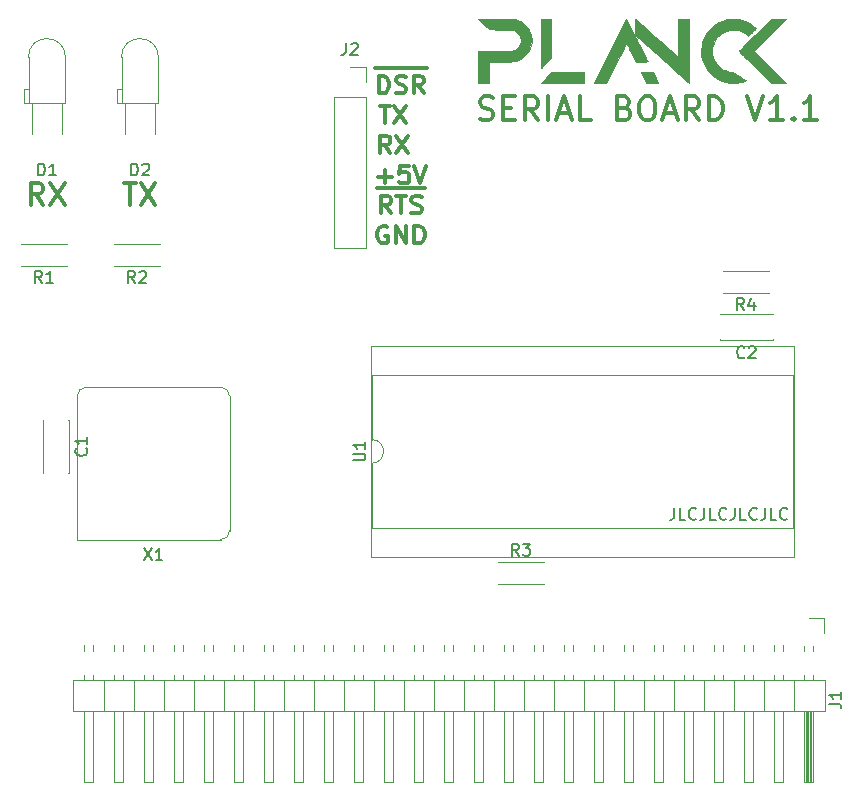
<source format=gbr>
%TF.GenerationSoftware,KiCad,Pcbnew,(5.1.10-1-10_14)*%
%TF.CreationDate,2021-08-31T23:49:44+02:00*%
%TF.ProjectId,serial_board,73657269-616c-45f6-926f-6172642e6b69,rev?*%
%TF.SameCoordinates,Original*%
%TF.FileFunction,Legend,Top*%
%TF.FilePolarity,Positive*%
%FSLAX46Y46*%
G04 Gerber Fmt 4.6, Leading zero omitted, Abs format (unit mm)*
G04 Created by KiCad (PCBNEW (5.1.10-1-10_14)) date 2021-08-31 23:49:44*
%MOMM*%
%LPD*%
G01*
G04 APERTURE LIST*
%ADD10C,0.200000*%
%ADD11C,0.300000*%
%ADD12C,0.010000*%
%ADD13C,0.120000*%
%ADD14C,0.150000*%
G04 APERTURE END LIST*
D10*
X66818452Y17184619D02*
X66818452Y16470333D01*
X66770833Y16327476D01*
X66675595Y16232238D01*
X66532738Y16184619D01*
X66437500Y16184619D01*
X67770833Y16184619D02*
X67294642Y16184619D01*
X67294642Y17184619D01*
X68675595Y16279857D02*
X68627976Y16232238D01*
X68485119Y16184619D01*
X68389880Y16184619D01*
X68247023Y16232238D01*
X68151785Y16327476D01*
X68104166Y16422714D01*
X68056547Y16613190D01*
X68056547Y16756047D01*
X68104166Y16946523D01*
X68151785Y17041761D01*
X68247023Y17137000D01*
X68389880Y17184619D01*
X68485119Y17184619D01*
X68627976Y17137000D01*
X68675595Y17089380D01*
X69389880Y17184619D02*
X69389880Y16470333D01*
X69342261Y16327476D01*
X69247023Y16232238D01*
X69104166Y16184619D01*
X69008928Y16184619D01*
X70342261Y16184619D02*
X69866071Y16184619D01*
X69866071Y17184619D01*
X71247023Y16279857D02*
X71199404Y16232238D01*
X71056547Y16184619D01*
X70961309Y16184619D01*
X70818452Y16232238D01*
X70723214Y16327476D01*
X70675595Y16422714D01*
X70627976Y16613190D01*
X70627976Y16756047D01*
X70675595Y16946523D01*
X70723214Y17041761D01*
X70818452Y17137000D01*
X70961309Y17184619D01*
X71056547Y17184619D01*
X71199404Y17137000D01*
X71247023Y17089380D01*
X71961309Y17184619D02*
X71961309Y16470333D01*
X71913690Y16327476D01*
X71818452Y16232238D01*
X71675595Y16184619D01*
X71580357Y16184619D01*
X72913690Y16184619D02*
X72437500Y16184619D01*
X72437500Y17184619D01*
X73818452Y16279857D02*
X73770833Y16232238D01*
X73627976Y16184619D01*
X73532738Y16184619D01*
X73389880Y16232238D01*
X73294642Y16327476D01*
X73247023Y16422714D01*
X73199404Y16613190D01*
X73199404Y16756047D01*
X73247023Y16946523D01*
X73294642Y17041761D01*
X73389880Y17137000D01*
X73532738Y17184619D01*
X73627976Y17184619D01*
X73770833Y17137000D01*
X73818452Y17089380D01*
X74532738Y17184619D02*
X74532738Y16470333D01*
X74485119Y16327476D01*
X74389880Y16232238D01*
X74247023Y16184619D01*
X74151785Y16184619D01*
X75485119Y16184619D02*
X75008928Y16184619D01*
X75008928Y17184619D01*
X76389880Y16279857D02*
X76342261Y16232238D01*
X76199404Y16184619D01*
X76104166Y16184619D01*
X75961309Y16232238D01*
X75866071Y16327476D01*
X75818452Y16422714D01*
X75770833Y16613190D01*
X75770833Y16756047D01*
X75818452Y16946523D01*
X75866071Y17041761D01*
X75961309Y17137000D01*
X76104166Y17184619D01*
X76199404Y17184619D01*
X76342261Y17137000D01*
X76389880Y17089380D01*
D11*
X20218571Y44673714D02*
X21247142Y44673714D01*
X20732857Y42873714D02*
X20732857Y44673714D01*
X21675714Y44673714D02*
X22875714Y42873714D01*
X22875714Y44673714D02*
X21675714Y42873714D01*
X13416000Y42873714D02*
X12816000Y43730857D01*
X12387428Y42873714D02*
X12387428Y44673714D01*
X13073142Y44673714D01*
X13244571Y44588000D01*
X13330285Y44502285D01*
X13416000Y44330857D01*
X13416000Y44073714D01*
X13330285Y43902285D01*
X13244571Y43816571D01*
X13073142Y43730857D01*
X12387428Y43730857D01*
X14016000Y44673714D02*
X15216000Y42873714D01*
X15216000Y44673714D02*
X14016000Y42873714D01*
X41473714Y54429000D02*
X42973714Y54429000D01*
X41830857Y52280428D02*
X41830857Y53780428D01*
X42188000Y53780428D01*
X42402285Y53709000D01*
X42545142Y53566142D01*
X42616571Y53423285D01*
X42688000Y53137571D01*
X42688000Y52923285D01*
X42616571Y52637571D01*
X42545142Y52494714D01*
X42402285Y52351857D01*
X42188000Y52280428D01*
X41830857Y52280428D01*
X42973714Y54429000D02*
X44402285Y54429000D01*
X43259428Y52351857D02*
X43473714Y52280428D01*
X43830857Y52280428D01*
X43973714Y52351857D01*
X44045142Y52423285D01*
X44116571Y52566142D01*
X44116571Y52709000D01*
X44045142Y52851857D01*
X43973714Y52923285D01*
X43830857Y52994714D01*
X43545142Y53066142D01*
X43402285Y53137571D01*
X43330857Y53209000D01*
X43259428Y53351857D01*
X43259428Y53494714D01*
X43330857Y53637571D01*
X43402285Y53709000D01*
X43545142Y53780428D01*
X43902285Y53780428D01*
X44116571Y53709000D01*
X44402285Y54429000D02*
X45902285Y54429000D01*
X45616571Y52280428D02*
X45116571Y52994714D01*
X44759428Y52280428D02*
X44759428Y53780428D01*
X45330857Y53780428D01*
X45473714Y53709000D01*
X45545142Y53637571D01*
X45616571Y53494714D01*
X45616571Y53280428D01*
X45545142Y53137571D01*
X45473714Y53066142D01*
X45330857Y52994714D01*
X44759428Y52994714D01*
X41910142Y51240428D02*
X42767285Y51240428D01*
X42338714Y49740428D02*
X42338714Y51240428D01*
X43124428Y51240428D02*
X44124428Y49740428D01*
X44124428Y51240428D02*
X43124428Y49740428D01*
X42803000Y47200428D02*
X42303000Y47914714D01*
X41945857Y47200428D02*
X41945857Y48700428D01*
X42517285Y48700428D01*
X42660142Y48629000D01*
X42731571Y48557571D01*
X42803000Y48414714D01*
X42803000Y48200428D01*
X42731571Y48057571D01*
X42660142Y47986142D01*
X42517285Y47914714D01*
X41945857Y47914714D01*
X43303000Y48700428D02*
X44303000Y47200428D01*
X44303000Y48700428D02*
X43303000Y47200428D01*
X41759428Y45231857D02*
X42902285Y45231857D01*
X42330857Y44660428D02*
X42330857Y45803285D01*
X44330857Y46160428D02*
X43616571Y46160428D01*
X43545142Y45446142D01*
X43616571Y45517571D01*
X43759428Y45589000D01*
X44116571Y45589000D01*
X44259428Y45517571D01*
X44330857Y45446142D01*
X44402285Y45303285D01*
X44402285Y44946142D01*
X44330857Y44803285D01*
X44259428Y44731857D01*
X44116571Y44660428D01*
X43759428Y44660428D01*
X43616571Y44731857D01*
X43545142Y44803285D01*
X44830857Y46160428D02*
X45330857Y44660428D01*
X45830857Y46160428D01*
X41652285Y44269000D02*
X43152285Y44269000D01*
X42866571Y42120428D02*
X42366571Y42834714D01*
X42009428Y42120428D02*
X42009428Y43620428D01*
X42580857Y43620428D01*
X42723714Y43549000D01*
X42795142Y43477571D01*
X42866571Y43334714D01*
X42866571Y43120428D01*
X42795142Y42977571D01*
X42723714Y42906142D01*
X42580857Y42834714D01*
X42009428Y42834714D01*
X43152285Y44269000D02*
X44295142Y44269000D01*
X43295142Y43620428D02*
X44152285Y43620428D01*
X43723714Y42120428D02*
X43723714Y43620428D01*
X44295142Y44269000D02*
X45723714Y44269000D01*
X44580857Y42191857D02*
X44795142Y42120428D01*
X45152285Y42120428D01*
X45295142Y42191857D01*
X45366571Y42263285D01*
X45438000Y42406142D01*
X45438000Y42549000D01*
X45366571Y42691857D01*
X45295142Y42763285D01*
X45152285Y42834714D01*
X44866571Y42906142D01*
X44723714Y42977571D01*
X44652285Y43049000D01*
X44580857Y43191857D01*
X44580857Y43334714D01*
X44652285Y43477571D01*
X44723714Y43549000D01*
X44866571Y43620428D01*
X45223714Y43620428D01*
X45438000Y43549000D01*
X42545142Y41009000D02*
X42402285Y41080428D01*
X42188000Y41080428D01*
X41973714Y41009000D01*
X41830857Y40866142D01*
X41759428Y40723285D01*
X41688000Y40437571D01*
X41688000Y40223285D01*
X41759428Y39937571D01*
X41830857Y39794714D01*
X41973714Y39651857D01*
X42188000Y39580428D01*
X42330857Y39580428D01*
X42545142Y39651857D01*
X42616571Y39723285D01*
X42616571Y40223285D01*
X42330857Y40223285D01*
X43259428Y39580428D02*
X43259428Y41080428D01*
X44116571Y39580428D01*
X44116571Y41080428D01*
X44830857Y39580428D02*
X44830857Y41080428D01*
X45188000Y41080428D01*
X45402285Y41009000D01*
X45545142Y40866142D01*
X45616571Y40723285D01*
X45688000Y40437571D01*
X45688000Y40223285D01*
X45616571Y39937571D01*
X45545142Y39794714D01*
X45402285Y39651857D01*
X45188000Y39580428D01*
X44830857Y39580428D01*
X50357285Y50117476D02*
X50643000Y50022238D01*
X51119190Y50022238D01*
X51309666Y50117476D01*
X51404904Y50212714D01*
X51500142Y50403190D01*
X51500142Y50593666D01*
X51404904Y50784142D01*
X51309666Y50879380D01*
X51119190Y50974619D01*
X50738238Y51069857D01*
X50547761Y51165095D01*
X50452523Y51260333D01*
X50357285Y51450809D01*
X50357285Y51641285D01*
X50452523Y51831761D01*
X50547761Y51927000D01*
X50738238Y52022238D01*
X51214428Y52022238D01*
X51500142Y51927000D01*
X52357285Y51069857D02*
X53023952Y51069857D01*
X53309666Y50022238D02*
X52357285Y50022238D01*
X52357285Y52022238D01*
X53309666Y52022238D01*
X55309666Y50022238D02*
X54643000Y50974619D01*
X54166809Y50022238D02*
X54166809Y52022238D01*
X54928714Y52022238D01*
X55119190Y51927000D01*
X55214428Y51831761D01*
X55309666Y51641285D01*
X55309666Y51355571D01*
X55214428Y51165095D01*
X55119190Y51069857D01*
X54928714Y50974619D01*
X54166809Y50974619D01*
X56166809Y50022238D02*
X56166809Y52022238D01*
X57023952Y50593666D02*
X57976333Y50593666D01*
X56833476Y50022238D02*
X57500142Y52022238D01*
X58166809Y50022238D01*
X59785857Y50022238D02*
X58833476Y50022238D01*
X58833476Y52022238D01*
X62643000Y51069857D02*
X62928714Y50974619D01*
X63023952Y50879380D01*
X63119190Y50688904D01*
X63119190Y50403190D01*
X63023952Y50212714D01*
X62928714Y50117476D01*
X62738238Y50022238D01*
X61976333Y50022238D01*
X61976333Y52022238D01*
X62643000Y52022238D01*
X62833476Y51927000D01*
X62928714Y51831761D01*
X63023952Y51641285D01*
X63023952Y51450809D01*
X62928714Y51260333D01*
X62833476Y51165095D01*
X62643000Y51069857D01*
X61976333Y51069857D01*
X64357285Y52022238D02*
X64738238Y52022238D01*
X64928714Y51927000D01*
X65119190Y51736523D01*
X65214428Y51355571D01*
X65214428Y50688904D01*
X65119190Y50307952D01*
X64928714Y50117476D01*
X64738238Y50022238D01*
X64357285Y50022238D01*
X64166809Y50117476D01*
X63976333Y50307952D01*
X63881095Y50688904D01*
X63881095Y51355571D01*
X63976333Y51736523D01*
X64166809Y51927000D01*
X64357285Y52022238D01*
X65976333Y50593666D02*
X66928714Y50593666D01*
X65785857Y50022238D02*
X66452523Y52022238D01*
X67119190Y50022238D01*
X68928714Y50022238D02*
X68262047Y50974619D01*
X67785857Y50022238D02*
X67785857Y52022238D01*
X68547761Y52022238D01*
X68738238Y51927000D01*
X68833476Y51831761D01*
X68928714Y51641285D01*
X68928714Y51355571D01*
X68833476Y51165095D01*
X68738238Y51069857D01*
X68547761Y50974619D01*
X67785857Y50974619D01*
X69785857Y50022238D02*
X69785857Y52022238D01*
X70262047Y52022238D01*
X70547761Y51927000D01*
X70738238Y51736523D01*
X70833476Y51546047D01*
X70928714Y51165095D01*
X70928714Y50879380D01*
X70833476Y50498428D01*
X70738238Y50307952D01*
X70547761Y50117476D01*
X70262047Y50022238D01*
X69785857Y50022238D01*
X73023952Y52022238D02*
X73690619Y50022238D01*
X74357285Y52022238D01*
X76071571Y50022238D02*
X74928714Y50022238D01*
X75500142Y50022238D02*
X75500142Y52022238D01*
X75309666Y51736523D01*
X75119190Y51546047D01*
X74928714Y51450809D01*
X76928714Y50212714D02*
X77023952Y50117476D01*
X76928714Y50022238D01*
X76833476Y50117476D01*
X76928714Y50212714D01*
X76928714Y50022238D01*
X78928714Y50022238D02*
X77785857Y50022238D01*
X78357285Y50022238D02*
X78357285Y52022238D01*
X78166809Y51736523D01*
X77976333Y51546047D01*
X77785857Y51450809D01*
D12*
%TO.C,G\u002A\u002A\u002A*%
G36*
X56435625Y55315341D02*
G01*
X55989787Y54859483D01*
X55892228Y54760090D01*
X55801328Y54668169D01*
X55719520Y54586130D01*
X55649239Y54516385D01*
X55592919Y54461343D01*
X55552994Y54423414D01*
X55531899Y54405009D01*
X55529412Y54403625D01*
X55527388Y54419291D01*
X55525483Y54465449D01*
X55523706Y54540842D01*
X55522066Y54644213D01*
X55520571Y54774304D01*
X55519230Y54929859D01*
X55518052Y55109620D01*
X55517046Y55312329D01*
X55516220Y55536730D01*
X55515583Y55781565D01*
X55515144Y56045576D01*
X55514911Y56327507D01*
X55514875Y56499125D01*
X55514875Y58594625D01*
X56435625Y58594625D01*
X56435625Y55315341D01*
G37*
X56435625Y55315341D02*
X55989787Y54859483D01*
X55892228Y54760090D01*
X55801328Y54668169D01*
X55719520Y54586130D01*
X55649239Y54516385D01*
X55592919Y54461343D01*
X55552994Y54423414D01*
X55531899Y54405009D01*
X55529412Y54403625D01*
X55527388Y54419291D01*
X55525483Y54465449D01*
X55523706Y54540842D01*
X55522066Y54644213D01*
X55520571Y54774304D01*
X55519230Y54929859D01*
X55518052Y55109620D01*
X55517046Y55312329D01*
X55516220Y55536730D01*
X55515583Y55781565D01*
X55515144Y56045576D01*
X55514911Y56327507D01*
X55514875Y56499125D01*
X55514875Y58594625D01*
X56435625Y58594625D01*
X56435625Y55315341D01*
G36*
X74930000Y57237313D02*
G01*
X73572757Y55880000D01*
X74930000Y54522688D01*
X76287242Y53165375D01*
X75644340Y53165388D01*
X75001437Y53165400D01*
X73644125Y54510794D01*
X73470999Y54682499D01*
X73304202Y54848122D01*
X73145117Y55006280D01*
X72995128Y55155587D01*
X72855620Y55294660D01*
X72727975Y55422115D01*
X72613579Y55536567D01*
X72513814Y55636632D01*
X72430066Y55720926D01*
X72363717Y55788064D01*
X72316152Y55836663D01*
X72288755Y55865338D01*
X72282280Y55872911D01*
X72292760Y55885998D01*
X72324457Y55920020D01*
X72376001Y55973597D01*
X72446023Y56045352D01*
X72533153Y56133903D01*
X72636022Y56237873D01*
X72753261Y56355882D01*
X72883499Y56486552D01*
X73025368Y56628502D01*
X73177497Y56780354D01*
X73338517Y56940730D01*
X73507059Y57108248D01*
X73641999Y57242130D01*
X75006250Y58594625D01*
X76287242Y58594625D01*
X74930000Y57237313D01*
G37*
X74930000Y57237313D02*
X73572757Y55880000D01*
X74930000Y54522688D01*
X76287242Y53165375D01*
X75644340Y53165388D01*
X75001437Y53165400D01*
X73644125Y54510794D01*
X73470999Y54682499D01*
X73304202Y54848122D01*
X73145117Y55006280D01*
X72995128Y55155587D01*
X72855620Y55294660D01*
X72727975Y55422115D01*
X72613579Y55536567D01*
X72513814Y55636632D01*
X72430066Y55720926D01*
X72363717Y55788064D01*
X72316152Y55836663D01*
X72288755Y55865338D01*
X72282280Y55872911D01*
X72292760Y55885998D01*
X72324457Y55920020D01*
X72376001Y55973597D01*
X72446023Y56045352D01*
X72533153Y56133903D01*
X72636022Y56237873D01*
X72753261Y56355882D01*
X72883499Y56486552D01*
X73025368Y56628502D01*
X73177497Y56780354D01*
X73338517Y56940730D01*
X73507059Y57108248D01*
X73641999Y57242130D01*
X75006250Y58594625D01*
X76287242Y58594625D01*
X74930000Y57237313D01*
G36*
X72011318Y58585742D02*
G01*
X72147525Y58578154D01*
X72264123Y58565496D01*
X72302687Y58559127D01*
X72584769Y58490718D01*
X72858499Y58393094D01*
X73120471Y58267935D01*
X73367280Y58116922D01*
X73595522Y57941736D01*
X73649219Y57894417D01*
X73757502Y57796315D01*
X73680969Y57717927D01*
X73646090Y57683020D01*
X73592991Y57630916D01*
X73526475Y57566280D01*
X73451347Y57493776D01*
X73372411Y57418068D01*
X73354604Y57401057D01*
X73104772Y57162576D01*
X73021229Y57238201D01*
X72849222Y57373146D01*
X72657673Y57485888D01*
X72451646Y57574285D01*
X72236208Y57636198D01*
X72016423Y57669485D01*
X71997093Y57670970D01*
X71742994Y57674935D01*
X71501785Y57650112D01*
X71273779Y57596610D01*
X71059290Y57514541D01*
X70858632Y57404016D01*
X70672119Y57265145D01*
X70564570Y57165706D01*
X70403717Y56983255D01*
X70268403Y56783882D01*
X70160311Y56570472D01*
X70081122Y56345909D01*
X70076450Y56328903D01*
X70061310Y56270104D01*
X70050314Y56218432D01*
X70042811Y56166887D01*
X70038147Y56108469D01*
X70035672Y56036177D01*
X70034733Y55943009D01*
X70034634Y55880000D01*
X70035005Y55772291D01*
X70036550Y55689325D01*
X70039924Y55624104D01*
X70045777Y55569626D01*
X70054762Y55518890D01*
X70067531Y55464895D01*
X70076450Y55431098D01*
X70122860Y55287609D01*
X70184887Y55137810D01*
X70256653Y54994641D01*
X70327552Y54877958D01*
X70428639Y54746543D01*
X70551603Y54614730D01*
X70688275Y54489946D01*
X70830487Y54379619D01*
X70970070Y54291177D01*
X70977125Y54287304D01*
X71115495Y54221701D01*
X71267960Y54166154D01*
X71424915Y54123290D01*
X71576756Y54095739D01*
X71712440Y54086125D01*
X71815705Y54086125D01*
X72341622Y53737849D01*
X72456969Y53661203D01*
X72563737Y53589757D01*
X72659082Y53525450D01*
X72740160Y53470224D01*
X72804128Y53426018D01*
X72848142Y53394775D01*
X72869359Y53378433D01*
X72870863Y53376693D01*
X72858250Y53365887D01*
X72820405Y53348895D01*
X72762841Y53327455D01*
X72691071Y53303305D01*
X72610608Y53278182D01*
X72526966Y53253824D01*
X72445658Y53231968D01*
X72372196Y53214351D01*
X72326500Y53205133D01*
X72246149Y53194128D01*
X72143527Y53185032D01*
X72026383Y53178062D01*
X71902468Y53173430D01*
X71779534Y53171353D01*
X71665331Y53172046D01*
X71567611Y53175723D01*
X71497334Y53182143D01*
X71290319Y53217822D01*
X71096226Y53267012D01*
X70904984Y53332877D01*
X70706523Y53418580D01*
X70635812Y53452701D01*
X70375078Y53598419D01*
X70136227Y53767051D01*
X69919644Y53958213D01*
X69725714Y54171525D01*
X69554821Y54406604D01*
X69407349Y54663070D01*
X69398101Y54681438D01*
X69278457Y54952986D01*
X69190353Y55225367D01*
X69133581Y55499528D01*
X69107931Y55776419D01*
X69109211Y55991125D01*
X69138320Y56287436D01*
X69196709Y56571483D01*
X69284394Y56843301D01*
X69401389Y57102923D01*
X69547709Y57350380D01*
X69723368Y57585707D01*
X69901895Y57782448D01*
X70118702Y57979418D01*
X70354729Y58151792D01*
X70607716Y58298355D01*
X70875404Y58417893D01*
X71155533Y58509191D01*
X71330627Y58550311D01*
X71438673Y58566925D01*
X71569179Y58578852D01*
X71713732Y58586015D01*
X71863916Y58588337D01*
X72011318Y58585742D01*
G37*
X72011318Y58585742D02*
X72147525Y58578154D01*
X72264123Y58565496D01*
X72302687Y58559127D01*
X72584769Y58490718D01*
X72858499Y58393094D01*
X73120471Y58267935D01*
X73367280Y58116922D01*
X73595522Y57941736D01*
X73649219Y57894417D01*
X73757502Y57796315D01*
X73680969Y57717927D01*
X73646090Y57683020D01*
X73592991Y57630916D01*
X73526475Y57566280D01*
X73451347Y57493776D01*
X73372411Y57418068D01*
X73354604Y57401057D01*
X73104772Y57162576D01*
X73021229Y57238201D01*
X72849222Y57373146D01*
X72657673Y57485888D01*
X72451646Y57574285D01*
X72236208Y57636198D01*
X72016423Y57669485D01*
X71997093Y57670970D01*
X71742994Y57674935D01*
X71501785Y57650112D01*
X71273779Y57596610D01*
X71059290Y57514541D01*
X70858632Y57404016D01*
X70672119Y57265145D01*
X70564570Y57165706D01*
X70403717Y56983255D01*
X70268403Y56783882D01*
X70160311Y56570472D01*
X70081122Y56345909D01*
X70076450Y56328903D01*
X70061310Y56270104D01*
X70050314Y56218432D01*
X70042811Y56166887D01*
X70038147Y56108469D01*
X70035672Y56036177D01*
X70034733Y55943009D01*
X70034634Y55880000D01*
X70035005Y55772291D01*
X70036550Y55689325D01*
X70039924Y55624104D01*
X70045777Y55569626D01*
X70054762Y55518890D01*
X70067531Y55464895D01*
X70076450Y55431098D01*
X70122860Y55287609D01*
X70184887Y55137810D01*
X70256653Y54994641D01*
X70327552Y54877958D01*
X70428639Y54746543D01*
X70551603Y54614730D01*
X70688275Y54489946D01*
X70830487Y54379619D01*
X70970070Y54291177D01*
X70977125Y54287304D01*
X71115495Y54221701D01*
X71267960Y54166154D01*
X71424915Y54123290D01*
X71576756Y54095739D01*
X71712440Y54086125D01*
X71815705Y54086125D01*
X72341622Y53737849D01*
X72456969Y53661203D01*
X72563737Y53589757D01*
X72659082Y53525450D01*
X72740160Y53470224D01*
X72804128Y53426018D01*
X72848142Y53394775D01*
X72869359Y53378433D01*
X72870863Y53376693D01*
X72858250Y53365887D01*
X72820405Y53348895D01*
X72762841Y53327455D01*
X72691071Y53303305D01*
X72610608Y53278182D01*
X72526966Y53253824D01*
X72445658Y53231968D01*
X72372196Y53214351D01*
X72326500Y53205133D01*
X72246149Y53194128D01*
X72143527Y53185032D01*
X72026383Y53178062D01*
X71902468Y53173430D01*
X71779534Y53171353D01*
X71665331Y53172046D01*
X71567611Y53175723D01*
X71497334Y53182143D01*
X71290319Y53217822D01*
X71096226Y53267012D01*
X70904984Y53332877D01*
X70706523Y53418580D01*
X70635812Y53452701D01*
X70375078Y53598419D01*
X70136227Y53767051D01*
X69919644Y53958213D01*
X69725714Y54171525D01*
X69554821Y54406604D01*
X69407349Y54663070D01*
X69398101Y54681438D01*
X69278457Y54952986D01*
X69190353Y55225367D01*
X69133581Y55499528D01*
X69107931Y55776419D01*
X69109211Y55991125D01*
X69138320Y56287436D01*
X69196709Y56571483D01*
X69284394Y56843301D01*
X69401389Y57102923D01*
X69547709Y57350380D01*
X69723368Y57585707D01*
X69901895Y57782448D01*
X70118702Y57979418D01*
X70354729Y58151792D01*
X70607716Y58298355D01*
X70875404Y58417893D01*
X71155533Y58509191D01*
X71330627Y58550311D01*
X71438673Y58566925D01*
X71569179Y58578852D01*
X71713732Y58586015D01*
X71863916Y58588337D01*
X72011318Y58585742D01*
G36*
X63567468Y58567469D02*
G01*
X63583205Y58553255D01*
X63621229Y58519008D01*
X63680213Y58465920D01*
X63758832Y58395183D01*
X63855760Y58307990D01*
X63969671Y58205534D01*
X64099239Y58089006D01*
X64243138Y57959599D01*
X64400044Y57818505D01*
X64568628Y57666917D01*
X64747567Y57506027D01*
X64935534Y57337027D01*
X65131203Y57161109D01*
X65333249Y56979467D01*
X65373250Y56943506D01*
X67143312Y55352235D01*
X67147356Y56973430D01*
X67151399Y58594625D01*
X68056125Y58594625D01*
X68056125Y55880000D01*
X68056102Y55589003D01*
X68056035Y55306688D01*
X68055926Y55034683D01*
X68055779Y54774611D01*
X68055594Y54528098D01*
X68055375Y54296768D01*
X68055123Y54082248D01*
X68054842Y53886162D01*
X68054533Y53710135D01*
X68054200Y53555792D01*
X68053843Y53424759D01*
X68053467Y53318660D01*
X68053072Y53239121D01*
X68052662Y53187766D01*
X68052239Y53166221D01*
X68052156Y53165632D01*
X68040112Y53176086D01*
X68005719Y53206637D01*
X67950238Y53256154D01*
X67874929Y53323506D01*
X67781053Y53407561D01*
X67669871Y53507190D01*
X67542644Y53621261D01*
X67400634Y53748642D01*
X67245100Y53888204D01*
X67077304Y54038816D01*
X66898506Y54199345D01*
X66709969Y54368663D01*
X66512951Y54545636D01*
X66308716Y54729135D01*
X66182875Y54842220D01*
X65967442Y55035817D01*
X65753938Y55227666D01*
X65543996Y55416297D01*
X65339253Y55600242D01*
X65141344Y55778031D01*
X64951906Y55948195D01*
X64772572Y56109266D01*
X64604979Y56259776D01*
X64450763Y56398253D01*
X64311559Y56523231D01*
X64189003Y56633240D01*
X64084730Y56726812D01*
X64000375Y56802476D01*
X63937575Y56858765D01*
X63925035Y56869995D01*
X63532509Y57221438D01*
X63532129Y57910799D01*
X63531750Y58600159D01*
X63567468Y58567469D01*
G37*
X63567468Y58567469D02*
X63583205Y58553255D01*
X63621229Y58519008D01*
X63680213Y58465920D01*
X63758832Y58395183D01*
X63855760Y58307990D01*
X63969671Y58205534D01*
X64099239Y58089006D01*
X64243138Y57959599D01*
X64400044Y57818505D01*
X64568628Y57666917D01*
X64747567Y57506027D01*
X64935534Y57337027D01*
X65131203Y57161109D01*
X65333249Y56979467D01*
X65373250Y56943506D01*
X67143312Y55352235D01*
X67147356Y56973430D01*
X67151399Y58594625D01*
X68056125Y58594625D01*
X68056125Y55880000D01*
X68056102Y55589003D01*
X68056035Y55306688D01*
X68055926Y55034683D01*
X68055779Y54774611D01*
X68055594Y54528098D01*
X68055375Y54296768D01*
X68055123Y54082248D01*
X68054842Y53886162D01*
X68054533Y53710135D01*
X68054200Y53555792D01*
X68053843Y53424759D01*
X68053467Y53318660D01*
X68053072Y53239121D01*
X68052662Y53187766D01*
X68052239Y53166221D01*
X68052156Y53165632D01*
X68040112Y53176086D01*
X68005719Y53206637D01*
X67950238Y53256154D01*
X67874929Y53323506D01*
X67781053Y53407561D01*
X67669871Y53507190D01*
X67542644Y53621261D01*
X67400634Y53748642D01*
X67245100Y53888204D01*
X67077304Y54038816D01*
X66898506Y54199345D01*
X66709969Y54368663D01*
X66512951Y54545636D01*
X66308716Y54729135D01*
X66182875Y54842220D01*
X65967442Y55035817D01*
X65753938Y55227666D01*
X65543996Y55416297D01*
X65339253Y55600242D01*
X65141344Y55778031D01*
X64951906Y55948195D01*
X64772572Y56109266D01*
X64604979Y56259776D01*
X64450763Y56398253D01*
X64311559Y56523231D01*
X64189003Y56633240D01*
X64084730Y56726812D01*
X64000375Y56802476D01*
X63937575Y56858765D01*
X63925035Y56869995D01*
X63532509Y57221438D01*
X63532129Y57910799D01*
X63531750Y58600159D01*
X63567468Y58567469D01*
G36*
X65258321Y53628220D02*
G01*
X65313940Y53519140D01*
X65364592Y53419185D01*
X65408536Y53331839D01*
X65444031Y53260588D01*
X65469334Y53208917D01*
X65482706Y53180310D01*
X65484375Y53175783D01*
X65469128Y53173246D01*
X65425904Y53170933D01*
X65358472Y53168921D01*
X65270605Y53167288D01*
X65166074Y53166112D01*
X65048649Y53165472D01*
X64980214Y53165375D01*
X64476053Y53165375D01*
X64250000Y53617813D01*
X64023947Y54070250D01*
X65032267Y54070250D01*
X65258321Y53628220D01*
G37*
X65258321Y53628220D02*
X65313940Y53519140D01*
X65364592Y53419185D01*
X65408536Y53331839D01*
X65444031Y53260588D01*
X65469334Y53208917D01*
X65482706Y53180310D01*
X65484375Y53175783D01*
X65469128Y53173246D01*
X65425904Y53170933D01*
X65358472Y53168921D01*
X65270605Y53167288D01*
X65166074Y53166112D01*
X65048649Y53165472D01*
X64980214Y53165375D01*
X64476053Y53165375D01*
X64250000Y53617813D01*
X64023947Y54070250D01*
X65032267Y54070250D01*
X65258321Y53628220D01*
G36*
X63675731Y56800727D02*
G01*
X63787783Y56576823D01*
X63895840Y56360748D01*
X63999055Y56154205D01*
X64096581Y55958894D01*
X64187570Y55776517D01*
X64271177Y55608775D01*
X64346554Y55457369D01*
X64412855Y55324000D01*
X64469232Y55210369D01*
X64514838Y55118177D01*
X64548827Y55049126D01*
X64570353Y55004917D01*
X64578567Y54987251D01*
X64578624Y54987032D01*
X64563594Y54984141D01*
X64520562Y54981503D01*
X64453278Y54979207D01*
X64365489Y54977340D01*
X64260944Y54975990D01*
X64143391Y54975245D01*
X64071478Y54975125D01*
X63563457Y54975125D01*
X63170647Y55760938D01*
X63097281Y55907418D01*
X63028088Y56045012D01*
X62964372Y56171163D01*
X62907440Y56283312D01*
X62858596Y56378902D01*
X62819144Y56455376D01*
X62790391Y56510176D01*
X62773642Y56540744D01*
X62769824Y56546410D01*
X62761822Y56532460D01*
X62740491Y56491861D01*
X62706711Y56426354D01*
X62661365Y56337682D01*
X62605335Y56227588D01*
X62539503Y56097812D01*
X62464751Y55950098D01*
X62381960Y55786187D01*
X62292013Y55607822D01*
X62195792Y55416745D01*
X62094178Y55214698D01*
X61988053Y55003422D01*
X61913937Y54855722D01*
X61066063Y53165375D01*
X60055106Y53165375D01*
X61414410Y55883946D01*
X62773714Y58602516D01*
X63675731Y56800727D01*
G37*
X63675731Y56800727D02*
X63787783Y56576823D01*
X63895840Y56360748D01*
X63999055Y56154205D01*
X64096581Y55958894D01*
X64187570Y55776517D01*
X64271177Y55608775D01*
X64346554Y55457369D01*
X64412855Y55324000D01*
X64469232Y55210369D01*
X64514838Y55118177D01*
X64548827Y55049126D01*
X64570353Y55004917D01*
X64578567Y54987251D01*
X64578624Y54987032D01*
X64563594Y54984141D01*
X64520562Y54981503D01*
X64453278Y54979207D01*
X64365489Y54977340D01*
X64260944Y54975990D01*
X64143391Y54975245D01*
X64071478Y54975125D01*
X63563457Y54975125D01*
X63170647Y55760938D01*
X63097281Y55907418D01*
X63028088Y56045012D01*
X62964372Y56171163D01*
X62907440Y56283312D01*
X62858596Y56378902D01*
X62819144Y56455376D01*
X62790391Y56510176D01*
X62773642Y56540744D01*
X62769824Y56546410D01*
X62761822Y56532460D01*
X62740491Y56491861D01*
X62706711Y56426354D01*
X62661365Y56337682D01*
X62605335Y56227588D01*
X62539503Y56097812D01*
X62464751Y55950098D01*
X62381960Y55786187D01*
X62292013Y55607822D01*
X62195792Y55416745D01*
X62094178Y55214698D01*
X61988053Y55003422D01*
X61913937Y54855722D01*
X61066063Y53165375D01*
X60055106Y53165375D01*
X61414410Y55883946D01*
X62773714Y58602516D01*
X63675731Y56800727D01*
G36*
X59150250Y53165375D02*
G01*
X55528119Y53165375D01*
X55969966Y53617538D01*
X56411812Y54069700D01*
X59150250Y54070250D01*
X59150250Y53165375D01*
G37*
X59150250Y53165375D02*
X55528119Y53165375D01*
X55969966Y53617538D01*
X56411812Y54069700D01*
X59150250Y54070250D01*
X59150250Y53165375D01*
G36*
X51665291Y58594562D02*
G01*
X51925399Y58594525D01*
X52155908Y58594367D01*
X52358968Y58593981D01*
X52536730Y58593259D01*
X52691346Y58592093D01*
X52824965Y58590375D01*
X52939740Y58587999D01*
X53037820Y58584856D01*
X53121356Y58580840D01*
X53192500Y58575841D01*
X53253401Y58569753D01*
X53306211Y58562469D01*
X53353081Y58553880D01*
X53396162Y58543879D01*
X53437603Y58532358D01*
X53479557Y58519211D01*
X53524173Y58504328D01*
X53533716Y58501096D01*
X53741999Y58414185D01*
X53938309Y58300043D01*
X54119772Y58161668D01*
X54283511Y58002059D01*
X54426652Y57824214D01*
X54546320Y57631132D01*
X54639637Y57425811D01*
X54679354Y57306466D01*
X54730202Y57077642D01*
X54752357Y56844746D01*
X54746171Y56612007D01*
X54711995Y56383651D01*
X54650183Y56163907D01*
X54568095Y55970761D01*
X54452638Y55775222D01*
X54311567Y55593794D01*
X54148646Y55429771D01*
X53967636Y55286447D01*
X53772302Y55167116D01*
X53566406Y55075071D01*
X53530035Y55062173D01*
X53479847Y55045436D01*
X53432695Y55030990D01*
X53385890Y55018668D01*
X53336744Y55008300D01*
X53282569Y54999719D01*
X53220677Y54992757D01*
X53148378Y54987245D01*
X53062985Y54983014D01*
X52961810Y54979897D01*
X52842163Y54977725D01*
X52701357Y54976331D01*
X52536703Y54975545D01*
X52345513Y54975199D01*
X52139358Y54975125D01*
X51133375Y54975125D01*
X51133375Y53165375D01*
X50228500Y53165375D01*
X50228500Y55879038D01*
X53109812Y55887938D01*
X53214145Y55923422D01*
X53362280Y55989991D01*
X53499578Y56083673D01*
X53620810Y56200332D01*
X53706388Y56313026D01*
X53780764Y56455771D01*
X53826522Y56608644D01*
X53843458Y56767604D01*
X53831368Y56928607D01*
X53790045Y57087611D01*
X53750466Y57181750D01*
X53700925Y57262971D01*
X53631011Y57350190D01*
X53548575Y57435541D01*
X53461469Y57511158D01*
X53377545Y57569171D01*
X53347937Y57585054D01*
X53309489Y57603672D01*
X53275006Y57619661D01*
X53241830Y57633238D01*
X53207303Y57644618D01*
X53168768Y57654016D01*
X53123567Y57661648D01*
X53069043Y57667730D01*
X53002538Y57672478D01*
X52921394Y57676106D01*
X52822953Y57678831D01*
X52704559Y57680869D01*
X52563552Y57682434D01*
X52397277Y57683742D01*
X52203074Y57685010D01*
X52108521Y57685608D01*
X51123105Y57691874D01*
X50671938Y58143250D01*
X50220772Y58594625D01*
X51665291Y58594562D01*
G37*
X51665291Y58594562D02*
X51925399Y58594525D01*
X52155908Y58594367D01*
X52358968Y58593981D01*
X52536730Y58593259D01*
X52691346Y58592093D01*
X52824965Y58590375D01*
X52939740Y58587999D01*
X53037820Y58584856D01*
X53121356Y58580840D01*
X53192500Y58575841D01*
X53253401Y58569753D01*
X53306211Y58562469D01*
X53353081Y58553880D01*
X53396162Y58543879D01*
X53437603Y58532358D01*
X53479557Y58519211D01*
X53524173Y58504328D01*
X53533716Y58501096D01*
X53741999Y58414185D01*
X53938309Y58300043D01*
X54119772Y58161668D01*
X54283511Y58002059D01*
X54426652Y57824214D01*
X54546320Y57631132D01*
X54639637Y57425811D01*
X54679354Y57306466D01*
X54730202Y57077642D01*
X54752357Y56844746D01*
X54746171Y56612007D01*
X54711995Y56383651D01*
X54650183Y56163907D01*
X54568095Y55970761D01*
X54452638Y55775222D01*
X54311567Y55593794D01*
X54148646Y55429771D01*
X53967636Y55286447D01*
X53772302Y55167116D01*
X53566406Y55075071D01*
X53530035Y55062173D01*
X53479847Y55045436D01*
X53432695Y55030990D01*
X53385890Y55018668D01*
X53336744Y55008300D01*
X53282569Y54999719D01*
X53220677Y54992757D01*
X53148378Y54987245D01*
X53062985Y54983014D01*
X52961810Y54979897D01*
X52842163Y54977725D01*
X52701357Y54976331D01*
X52536703Y54975545D01*
X52345513Y54975199D01*
X52139358Y54975125D01*
X51133375Y54975125D01*
X51133375Y53165375D01*
X50228500Y53165375D01*
X50228500Y55879038D01*
X53109812Y55887938D01*
X53214145Y55923422D01*
X53362280Y55989991D01*
X53499578Y56083673D01*
X53620810Y56200332D01*
X53706388Y56313026D01*
X53780764Y56455771D01*
X53826522Y56608644D01*
X53843458Y56767604D01*
X53831368Y56928607D01*
X53790045Y57087611D01*
X53750466Y57181750D01*
X53700925Y57262971D01*
X53631011Y57350190D01*
X53548575Y57435541D01*
X53461469Y57511158D01*
X53377545Y57569171D01*
X53347937Y57585054D01*
X53309489Y57603672D01*
X53275006Y57619661D01*
X53241830Y57633238D01*
X53207303Y57644618D01*
X53168768Y57654016D01*
X53123567Y57661648D01*
X53069043Y57667730D01*
X53002538Y57672478D01*
X52921394Y57676106D01*
X52822953Y57678831D01*
X52704559Y57680869D01*
X52563552Y57682434D01*
X52397277Y57683742D01*
X52203074Y57685010D01*
X52108521Y57685608D01*
X51123105Y57691874D01*
X50671938Y58143250D01*
X50220772Y58594625D01*
X51665291Y58594562D01*
D13*
%TO.C,D2*%
X20320000Y48832000D02*
X20320000Y48832000D01*
X20320000Y51502000D02*
X20320000Y48832000D01*
X20320000Y51502000D02*
X20320000Y51502000D01*
X20320000Y48832000D02*
X20320000Y51502000D01*
X22860000Y48832000D02*
X22860000Y48832000D01*
X22860000Y51502000D02*
X22860000Y48832000D01*
X22860000Y51502000D02*
X22860000Y51502000D01*
X22860000Y48832000D02*
X22860000Y51502000D01*
X20030000Y51502000D02*
X19630000Y51502000D01*
X20030000Y52622000D02*
X20030000Y51502000D01*
X19630000Y52622000D02*
X20030000Y52622000D01*
X19630000Y51502000D02*
X19630000Y52622000D01*
X23150000Y51502000D02*
X20030000Y51502000D01*
X20030000Y51502000D02*
X20030000Y55362000D01*
X23150000Y51502000D02*
X23150000Y55362000D01*
X20030000Y55362000D02*
G75*
G02*
X23150000Y55362000I1560000J0D01*
G01*
%TO.C,D1*%
X12446000Y48832000D02*
X12446000Y48832000D01*
X12446000Y51502000D02*
X12446000Y48832000D01*
X12446000Y51502000D02*
X12446000Y51502000D01*
X12446000Y48832000D02*
X12446000Y51502000D01*
X14986000Y48832000D02*
X14986000Y48832000D01*
X14986000Y51502000D02*
X14986000Y48832000D01*
X14986000Y51502000D02*
X14986000Y51502000D01*
X14986000Y48832000D02*
X14986000Y51502000D01*
X12156000Y51502000D02*
X11756000Y51502000D01*
X12156000Y52622000D02*
X12156000Y51502000D01*
X11756000Y52622000D02*
X12156000Y52622000D01*
X11756000Y51502000D02*
X11756000Y52622000D01*
X15276000Y51502000D02*
X12156000Y51502000D01*
X12156000Y51502000D02*
X12156000Y55362000D01*
X15276000Y51502000D02*
X15276000Y55362000D01*
X12156000Y55362000D02*
G75*
G02*
X15276000Y55362000I1560000J0D01*
G01*
%TO.C,R4*%
X74818000Y35402000D02*
X70978000Y35402000D01*
X74818000Y37242000D02*
X70978000Y37242000D01*
%TO.C,R3*%
X51928000Y12604000D02*
X55768000Y12604000D01*
X51928000Y10764000D02*
X55768000Y10764000D01*
%TO.C,R2*%
X23256000Y37688000D02*
X19416000Y37688000D01*
X23256000Y39528000D02*
X19416000Y39528000D01*
%TO.C,R1*%
X15382000Y37688000D02*
X11542000Y37688000D01*
X15382000Y39528000D02*
X11542000Y39528000D01*
%TO.C,C2*%
X75208000Y31442000D02*
X70668000Y31442000D01*
X75208000Y33582000D02*
X70668000Y33582000D01*
X75208000Y31442000D02*
X75208000Y31457000D01*
X75208000Y33567000D02*
X75208000Y33582000D01*
X70668000Y31442000D02*
X70668000Y31457000D01*
X70668000Y33567000D02*
X70668000Y33582000D01*
%TO.C,C1*%
X15548000Y24662000D02*
X15548000Y20122000D01*
X13408000Y24662000D02*
X13408000Y20122000D01*
X15548000Y24662000D02*
X15533000Y24662000D01*
X13423000Y24662000D02*
X13408000Y24662000D01*
X15548000Y20122000D02*
X15533000Y20122000D01*
X13423000Y20122000D02*
X13408000Y20122000D01*
%TO.C,X1*%
X16283000Y14505000D02*
X28433000Y14505000D01*
X29183000Y15255000D02*
X29183000Y26655000D01*
X28433000Y27405000D02*
X17033000Y27405000D01*
X16283000Y26655000D02*
X16283000Y14505000D01*
X17033000Y27405000D02*
G75*
G03*
X16283000Y26655000I0J-750000D01*
G01*
X29183000Y26655000D02*
G75*
G03*
X28433000Y27405000I-750000J0D01*
G01*
X28433000Y14505000D02*
G75*
G03*
X29183000Y15255000I0J750000D01*
G01*
%TO.C,U1*%
X41155000Y30921000D02*
X41155000Y13021000D01*
X76955000Y30921000D02*
X41155000Y30921000D01*
X76955000Y13021000D02*
X76955000Y30921000D01*
X41155000Y13021000D02*
X76955000Y13021000D01*
X41215000Y28431000D02*
X41215000Y22971000D01*
X76895000Y28431000D02*
X41215000Y28431000D01*
X76895000Y15511000D02*
X76895000Y28431000D01*
X41215000Y15511000D02*
X76895000Y15511000D01*
X41215000Y20971000D02*
X41215000Y15511000D01*
X41215000Y22971000D02*
G75*
G02*
X41215000Y20971000I0J-1000000D01*
G01*
%TO.C,J2*%
X39370000Y54543000D02*
X40700000Y54543000D01*
X40700000Y54543000D02*
X40700000Y53213000D01*
X40700000Y51943000D02*
X40700000Y39183000D01*
X38040000Y39183000D02*
X40700000Y39183000D01*
X38040000Y51943000D02*
X38040000Y39183000D01*
X38040000Y51943000D02*
X40700000Y51943000D01*
%TO.C,J1*%
X79502000Y7874000D02*
X79502000Y6604000D01*
X78232000Y7874000D02*
X79502000Y7874000D01*
X16892000Y5561071D02*
X16892000Y5106929D01*
X17652000Y5561071D02*
X17652000Y5106929D01*
X16892000Y3021071D02*
X16892000Y2624000D01*
X17652000Y3021071D02*
X17652000Y2624000D01*
X16892000Y-6036000D02*
X16892000Y-36000D01*
X17652000Y-6036000D02*
X16892000Y-6036000D01*
X17652000Y-36000D02*
X17652000Y-6036000D01*
X18542000Y2624000D02*
X18542000Y-36000D01*
X19432000Y5561071D02*
X19432000Y5106929D01*
X20192000Y5561071D02*
X20192000Y5106929D01*
X19432000Y3021071D02*
X19432000Y2624000D01*
X20192000Y3021071D02*
X20192000Y2624000D01*
X19432000Y-6036000D02*
X19432000Y-36000D01*
X20192000Y-6036000D02*
X19432000Y-6036000D01*
X20192000Y-36000D02*
X20192000Y-6036000D01*
X21082000Y2624000D02*
X21082000Y-36000D01*
X21972000Y5561071D02*
X21972000Y5106929D01*
X22732000Y5561071D02*
X22732000Y5106929D01*
X21972000Y3021071D02*
X21972000Y2624000D01*
X22732000Y3021071D02*
X22732000Y2624000D01*
X21972000Y-6036000D02*
X21972000Y-36000D01*
X22732000Y-6036000D02*
X21972000Y-6036000D01*
X22732000Y-36000D02*
X22732000Y-6036000D01*
X23622000Y2624000D02*
X23622000Y-36000D01*
X24512000Y5561071D02*
X24512000Y5106929D01*
X25272000Y5561071D02*
X25272000Y5106929D01*
X24512000Y3021071D02*
X24512000Y2624000D01*
X25272000Y3021071D02*
X25272000Y2624000D01*
X24512000Y-6036000D02*
X24512000Y-36000D01*
X25272000Y-6036000D02*
X24512000Y-6036000D01*
X25272000Y-36000D02*
X25272000Y-6036000D01*
X26162000Y2624000D02*
X26162000Y-36000D01*
X27052000Y5561071D02*
X27052000Y5106929D01*
X27812000Y5561071D02*
X27812000Y5106929D01*
X27052000Y3021071D02*
X27052000Y2624000D01*
X27812000Y3021071D02*
X27812000Y2624000D01*
X27052000Y-6036000D02*
X27052000Y-36000D01*
X27812000Y-6036000D02*
X27052000Y-6036000D01*
X27812000Y-36000D02*
X27812000Y-6036000D01*
X28702000Y2624000D02*
X28702000Y-36000D01*
X29592000Y5561071D02*
X29592000Y5106929D01*
X30352000Y5561071D02*
X30352000Y5106929D01*
X29592000Y3021071D02*
X29592000Y2624000D01*
X30352000Y3021071D02*
X30352000Y2624000D01*
X29592000Y-6036000D02*
X29592000Y-36000D01*
X30352000Y-6036000D02*
X29592000Y-6036000D01*
X30352000Y-36000D02*
X30352000Y-6036000D01*
X31242000Y2624000D02*
X31242000Y-36000D01*
X32132000Y5561071D02*
X32132000Y5106929D01*
X32892000Y5561071D02*
X32892000Y5106929D01*
X32132000Y3021071D02*
X32132000Y2624000D01*
X32892000Y3021071D02*
X32892000Y2624000D01*
X32132000Y-6036000D02*
X32132000Y-36000D01*
X32892000Y-6036000D02*
X32132000Y-6036000D01*
X32892000Y-36000D02*
X32892000Y-6036000D01*
X33782000Y2624000D02*
X33782000Y-36000D01*
X34672000Y5561071D02*
X34672000Y5106929D01*
X35432000Y5561071D02*
X35432000Y5106929D01*
X34672000Y3021071D02*
X34672000Y2624000D01*
X35432000Y3021071D02*
X35432000Y2624000D01*
X34672000Y-6036000D02*
X34672000Y-36000D01*
X35432000Y-6036000D02*
X34672000Y-6036000D01*
X35432000Y-36000D02*
X35432000Y-6036000D01*
X36322000Y2624000D02*
X36322000Y-36000D01*
X37212000Y5561071D02*
X37212000Y5106929D01*
X37972000Y5561071D02*
X37972000Y5106929D01*
X37212000Y3021071D02*
X37212000Y2624000D01*
X37972000Y3021071D02*
X37972000Y2624000D01*
X37212000Y-6036000D02*
X37212000Y-36000D01*
X37972000Y-6036000D02*
X37212000Y-6036000D01*
X37972000Y-36000D02*
X37972000Y-6036000D01*
X38862000Y2624000D02*
X38862000Y-36000D01*
X39752000Y5561071D02*
X39752000Y5106929D01*
X40512000Y5561071D02*
X40512000Y5106929D01*
X39752000Y3021071D02*
X39752000Y2624000D01*
X40512000Y3021071D02*
X40512000Y2624000D01*
X39752000Y-6036000D02*
X39752000Y-36000D01*
X40512000Y-6036000D02*
X39752000Y-6036000D01*
X40512000Y-36000D02*
X40512000Y-6036000D01*
X41402000Y2624000D02*
X41402000Y-36000D01*
X42292000Y5561071D02*
X42292000Y5106929D01*
X43052000Y5561071D02*
X43052000Y5106929D01*
X42292000Y3021071D02*
X42292000Y2624000D01*
X43052000Y3021071D02*
X43052000Y2624000D01*
X42292000Y-6036000D02*
X42292000Y-36000D01*
X43052000Y-6036000D02*
X42292000Y-6036000D01*
X43052000Y-36000D02*
X43052000Y-6036000D01*
X43942000Y2624000D02*
X43942000Y-36000D01*
X44832000Y5561071D02*
X44832000Y5106929D01*
X45592000Y5561071D02*
X45592000Y5106929D01*
X44832000Y3021071D02*
X44832000Y2624000D01*
X45592000Y3021071D02*
X45592000Y2624000D01*
X44832000Y-6036000D02*
X44832000Y-36000D01*
X45592000Y-6036000D02*
X44832000Y-6036000D01*
X45592000Y-36000D02*
X45592000Y-6036000D01*
X46482000Y2624000D02*
X46482000Y-36000D01*
X47372000Y5561071D02*
X47372000Y5106929D01*
X48132000Y5561071D02*
X48132000Y5106929D01*
X47372000Y3021071D02*
X47372000Y2624000D01*
X48132000Y3021071D02*
X48132000Y2624000D01*
X47372000Y-6036000D02*
X47372000Y-36000D01*
X48132000Y-6036000D02*
X47372000Y-6036000D01*
X48132000Y-36000D02*
X48132000Y-6036000D01*
X49022000Y2624000D02*
X49022000Y-36000D01*
X49912000Y5561071D02*
X49912000Y5106929D01*
X50672000Y5561071D02*
X50672000Y5106929D01*
X49912000Y3021071D02*
X49912000Y2624000D01*
X50672000Y3021071D02*
X50672000Y2624000D01*
X49912000Y-6036000D02*
X49912000Y-36000D01*
X50672000Y-6036000D02*
X49912000Y-6036000D01*
X50672000Y-36000D02*
X50672000Y-6036000D01*
X51562000Y2624000D02*
X51562000Y-36000D01*
X52452000Y5561071D02*
X52452000Y5106929D01*
X53212000Y5561071D02*
X53212000Y5106929D01*
X52452000Y3021071D02*
X52452000Y2624000D01*
X53212000Y3021071D02*
X53212000Y2624000D01*
X52452000Y-6036000D02*
X52452000Y-36000D01*
X53212000Y-6036000D02*
X52452000Y-6036000D01*
X53212000Y-36000D02*
X53212000Y-6036000D01*
X54102000Y2624000D02*
X54102000Y-36000D01*
X54992000Y5561071D02*
X54992000Y5106929D01*
X55752000Y5561071D02*
X55752000Y5106929D01*
X54992000Y3021071D02*
X54992000Y2624000D01*
X55752000Y3021071D02*
X55752000Y2624000D01*
X54992000Y-6036000D02*
X54992000Y-36000D01*
X55752000Y-6036000D02*
X54992000Y-6036000D01*
X55752000Y-36000D02*
X55752000Y-6036000D01*
X56642000Y2624000D02*
X56642000Y-36000D01*
X57532000Y5561071D02*
X57532000Y5106929D01*
X58292000Y5561071D02*
X58292000Y5106929D01*
X57532000Y3021071D02*
X57532000Y2624000D01*
X58292000Y3021071D02*
X58292000Y2624000D01*
X57532000Y-6036000D02*
X57532000Y-36000D01*
X58292000Y-6036000D02*
X57532000Y-6036000D01*
X58292000Y-36000D02*
X58292000Y-6036000D01*
X59182000Y2624000D02*
X59182000Y-36000D01*
X60072000Y5561071D02*
X60072000Y5106929D01*
X60832000Y5561071D02*
X60832000Y5106929D01*
X60072000Y3021071D02*
X60072000Y2624000D01*
X60832000Y3021071D02*
X60832000Y2624000D01*
X60072000Y-6036000D02*
X60072000Y-36000D01*
X60832000Y-6036000D02*
X60072000Y-6036000D01*
X60832000Y-36000D02*
X60832000Y-6036000D01*
X61722000Y2624000D02*
X61722000Y-36000D01*
X62612000Y5561071D02*
X62612000Y5106929D01*
X63372000Y5561071D02*
X63372000Y5106929D01*
X62612000Y3021071D02*
X62612000Y2624000D01*
X63372000Y3021071D02*
X63372000Y2624000D01*
X62612000Y-6036000D02*
X62612000Y-36000D01*
X63372000Y-6036000D02*
X62612000Y-6036000D01*
X63372000Y-36000D02*
X63372000Y-6036000D01*
X64262000Y2624000D02*
X64262000Y-36000D01*
X65152000Y5561071D02*
X65152000Y5106929D01*
X65912000Y5561071D02*
X65912000Y5106929D01*
X65152000Y3021071D02*
X65152000Y2624000D01*
X65912000Y3021071D02*
X65912000Y2624000D01*
X65152000Y-6036000D02*
X65152000Y-36000D01*
X65912000Y-6036000D02*
X65152000Y-6036000D01*
X65912000Y-36000D02*
X65912000Y-6036000D01*
X66802000Y2624000D02*
X66802000Y-36000D01*
X67692000Y5561071D02*
X67692000Y5106929D01*
X68452000Y5561071D02*
X68452000Y5106929D01*
X67692000Y3021071D02*
X67692000Y2624000D01*
X68452000Y3021071D02*
X68452000Y2624000D01*
X67692000Y-6036000D02*
X67692000Y-36000D01*
X68452000Y-6036000D02*
X67692000Y-6036000D01*
X68452000Y-36000D02*
X68452000Y-6036000D01*
X69342000Y2624000D02*
X69342000Y-36000D01*
X70232000Y5561071D02*
X70232000Y5106929D01*
X70992000Y5561071D02*
X70992000Y5106929D01*
X70232000Y3021071D02*
X70232000Y2624000D01*
X70992000Y3021071D02*
X70992000Y2624000D01*
X70232000Y-6036000D02*
X70232000Y-36000D01*
X70992000Y-6036000D02*
X70232000Y-6036000D01*
X70992000Y-36000D02*
X70992000Y-6036000D01*
X71882000Y2624000D02*
X71882000Y-36000D01*
X72772000Y5561071D02*
X72772000Y5106929D01*
X73532000Y5561071D02*
X73532000Y5106929D01*
X72772000Y3021071D02*
X72772000Y2624000D01*
X73532000Y3021071D02*
X73532000Y2624000D01*
X72772000Y-6036000D02*
X72772000Y-36000D01*
X73532000Y-6036000D02*
X72772000Y-6036000D01*
X73532000Y-36000D02*
X73532000Y-6036000D01*
X74422000Y2624000D02*
X74422000Y-36000D01*
X75312000Y5561071D02*
X75312000Y5106929D01*
X76072000Y5561071D02*
X76072000Y5106929D01*
X75312000Y3021071D02*
X75312000Y2624000D01*
X76072000Y3021071D02*
X76072000Y2624000D01*
X75312000Y-6036000D02*
X75312000Y-36000D01*
X76072000Y-6036000D02*
X75312000Y-6036000D01*
X76072000Y-36000D02*
X76072000Y-6036000D01*
X76962000Y2624000D02*
X76962000Y-36000D01*
X77852000Y5494000D02*
X77852000Y5106929D01*
X78612000Y5494000D02*
X78612000Y5106929D01*
X77852000Y3021071D02*
X77852000Y2624000D01*
X78612000Y3021071D02*
X78612000Y2624000D01*
X77952000Y-36000D02*
X77952000Y-6036000D01*
X78072000Y-36000D02*
X78072000Y-6036000D01*
X78192000Y-36000D02*
X78192000Y-6036000D01*
X78312000Y-36000D02*
X78312000Y-6036000D01*
X78432000Y-36000D02*
X78432000Y-6036000D01*
X78552000Y-36000D02*
X78552000Y-6036000D01*
X77852000Y-6036000D02*
X77852000Y-36000D01*
X78612000Y-6036000D02*
X77852000Y-6036000D01*
X78612000Y-36000D02*
X78612000Y-6036000D01*
X79562000Y-36000D02*
X79562000Y2624000D01*
X15942000Y-36000D02*
X79562000Y-36000D01*
X15942000Y2624000D02*
X15942000Y-36000D01*
X79562000Y2624000D02*
X15942000Y2624000D01*
%TO.C,D2*%
D14*
X20851904Y45339619D02*
X20851904Y46339619D01*
X21090000Y46339619D01*
X21232857Y46292000D01*
X21328095Y46196761D01*
X21375714Y46101523D01*
X21423333Y45911047D01*
X21423333Y45768190D01*
X21375714Y45577714D01*
X21328095Y45482476D01*
X21232857Y45387238D01*
X21090000Y45339619D01*
X20851904Y45339619D01*
X21804285Y46244380D02*
X21851904Y46292000D01*
X21947142Y46339619D01*
X22185238Y46339619D01*
X22280476Y46292000D01*
X22328095Y46244380D01*
X22375714Y46149142D01*
X22375714Y46053904D01*
X22328095Y45911047D01*
X21756666Y45339619D01*
X22375714Y45339619D01*
%TO.C,D1*%
X12977904Y45339619D02*
X12977904Y46339619D01*
X13216000Y46339619D01*
X13358857Y46292000D01*
X13454095Y46196761D01*
X13501714Y46101523D01*
X13549333Y45911047D01*
X13549333Y45768190D01*
X13501714Y45577714D01*
X13454095Y45482476D01*
X13358857Y45387238D01*
X13216000Y45339619D01*
X12977904Y45339619D01*
X14501714Y45339619D02*
X13930285Y45339619D01*
X14216000Y45339619D02*
X14216000Y46339619D01*
X14120761Y46196761D01*
X14025523Y46101523D01*
X13930285Y46053904D01*
%TO.C,R4*%
X72731333Y33949619D02*
X72398000Y34425809D01*
X72159904Y33949619D02*
X72159904Y34949619D01*
X72540857Y34949619D01*
X72636095Y34902000D01*
X72683714Y34854380D01*
X72731333Y34759142D01*
X72731333Y34616285D01*
X72683714Y34521047D01*
X72636095Y34473428D01*
X72540857Y34425809D01*
X72159904Y34425809D01*
X73588476Y34616285D02*
X73588476Y33949619D01*
X73350380Y34997238D02*
X73112285Y34282952D01*
X73731333Y34282952D01*
%TO.C,R3*%
X53681333Y13151619D02*
X53348000Y13627809D01*
X53109904Y13151619D02*
X53109904Y14151619D01*
X53490857Y14151619D01*
X53586095Y14104000D01*
X53633714Y14056380D01*
X53681333Y13961142D01*
X53681333Y13818285D01*
X53633714Y13723047D01*
X53586095Y13675428D01*
X53490857Y13627809D01*
X53109904Y13627809D01*
X54014666Y14151619D02*
X54633714Y14151619D01*
X54300380Y13770666D01*
X54443238Y13770666D01*
X54538476Y13723047D01*
X54586095Y13675428D01*
X54633714Y13580190D01*
X54633714Y13342095D01*
X54586095Y13246857D01*
X54538476Y13199238D01*
X54443238Y13151619D01*
X54157523Y13151619D01*
X54062285Y13199238D01*
X54014666Y13246857D01*
%TO.C,R2*%
X21169333Y36235619D02*
X20836000Y36711809D01*
X20597904Y36235619D02*
X20597904Y37235619D01*
X20978857Y37235619D01*
X21074095Y37188000D01*
X21121714Y37140380D01*
X21169333Y37045142D01*
X21169333Y36902285D01*
X21121714Y36807047D01*
X21074095Y36759428D01*
X20978857Y36711809D01*
X20597904Y36711809D01*
X21550285Y37140380D02*
X21597904Y37188000D01*
X21693142Y37235619D01*
X21931238Y37235619D01*
X22026476Y37188000D01*
X22074095Y37140380D01*
X22121714Y37045142D01*
X22121714Y36949904D01*
X22074095Y36807047D01*
X21502666Y36235619D01*
X22121714Y36235619D01*
%TO.C,R1*%
X13295333Y36235619D02*
X12962000Y36711809D01*
X12723904Y36235619D02*
X12723904Y37235619D01*
X13104857Y37235619D01*
X13200095Y37188000D01*
X13247714Y37140380D01*
X13295333Y37045142D01*
X13295333Y36902285D01*
X13247714Y36807047D01*
X13200095Y36759428D01*
X13104857Y36711809D01*
X12723904Y36711809D01*
X14247714Y36235619D02*
X13676285Y36235619D01*
X13962000Y36235619D02*
X13962000Y37235619D01*
X13866761Y37092761D01*
X13771523Y36997523D01*
X13676285Y36949904D01*
%TO.C,C2*%
X72771333Y29954857D02*
X72723714Y29907238D01*
X72580857Y29859619D01*
X72485619Y29859619D01*
X72342761Y29907238D01*
X72247523Y30002476D01*
X72199904Y30097714D01*
X72152285Y30288190D01*
X72152285Y30431047D01*
X72199904Y30621523D01*
X72247523Y30716761D01*
X72342761Y30812000D01*
X72485619Y30859619D01*
X72580857Y30859619D01*
X72723714Y30812000D01*
X72771333Y30764380D01*
X73152285Y30764380D02*
X73199904Y30812000D01*
X73295142Y30859619D01*
X73533238Y30859619D01*
X73628476Y30812000D01*
X73676095Y30764380D01*
X73723714Y30669142D01*
X73723714Y30573904D01*
X73676095Y30431047D01*
X73104666Y29859619D01*
X73723714Y29859619D01*
%TO.C,C1*%
X17035142Y22225333D02*
X17082761Y22177714D01*
X17130380Y22034857D01*
X17130380Y21939619D01*
X17082761Y21796761D01*
X16987523Y21701523D01*
X16892285Y21653904D01*
X16701809Y21606285D01*
X16558952Y21606285D01*
X16368476Y21653904D01*
X16273238Y21701523D01*
X16178000Y21796761D01*
X16130380Y21939619D01*
X16130380Y22034857D01*
X16178000Y22177714D01*
X16225619Y22225333D01*
X17130380Y23177714D02*
X17130380Y22606285D01*
X17130380Y22892000D02*
X16130380Y22892000D01*
X16273238Y22796761D01*
X16368476Y22701523D01*
X16416095Y22606285D01*
%TO.C,X1*%
X21923476Y13755619D02*
X22590142Y12755619D01*
X22590142Y13755619D02*
X21923476Y12755619D01*
X23494904Y12755619D02*
X22923476Y12755619D01*
X23209190Y12755619D02*
X23209190Y13755619D01*
X23113952Y13612761D01*
X23018714Y13517523D01*
X22923476Y13469904D01*
%TO.C,U1*%
X39667380Y21209095D02*
X40476904Y21209095D01*
X40572142Y21256714D01*
X40619761Y21304333D01*
X40667380Y21399571D01*
X40667380Y21590047D01*
X40619761Y21685285D01*
X40572142Y21732904D01*
X40476904Y21780523D01*
X39667380Y21780523D01*
X40667380Y22780523D02*
X40667380Y22209095D01*
X40667380Y22494809D02*
X39667380Y22494809D01*
X39810238Y22399571D01*
X39905476Y22304333D01*
X39953095Y22209095D01*
%TO.C,J2*%
X39036666Y56530619D02*
X39036666Y55816333D01*
X38989047Y55673476D01*
X38893809Y55578238D01*
X38750952Y55530619D01*
X38655714Y55530619D01*
X39465238Y56435380D02*
X39512857Y56483000D01*
X39608095Y56530619D01*
X39846190Y56530619D01*
X39941428Y56483000D01*
X39989047Y56435380D01*
X40036666Y56340142D01*
X40036666Y56244904D01*
X39989047Y56102047D01*
X39417619Y55530619D01*
X40036666Y55530619D01*
%TO.C,J1*%
X79954380Y615666D02*
X80668666Y615666D01*
X80811523Y568047D01*
X80906761Y472809D01*
X80954380Y329952D01*
X80954380Y234714D01*
X80954380Y1615666D02*
X80954380Y1044238D01*
X80954380Y1329952D02*
X79954380Y1329952D01*
X80097238Y1234714D01*
X80192476Y1139476D01*
X80240095Y1044238D01*
%TD*%
M02*

</source>
